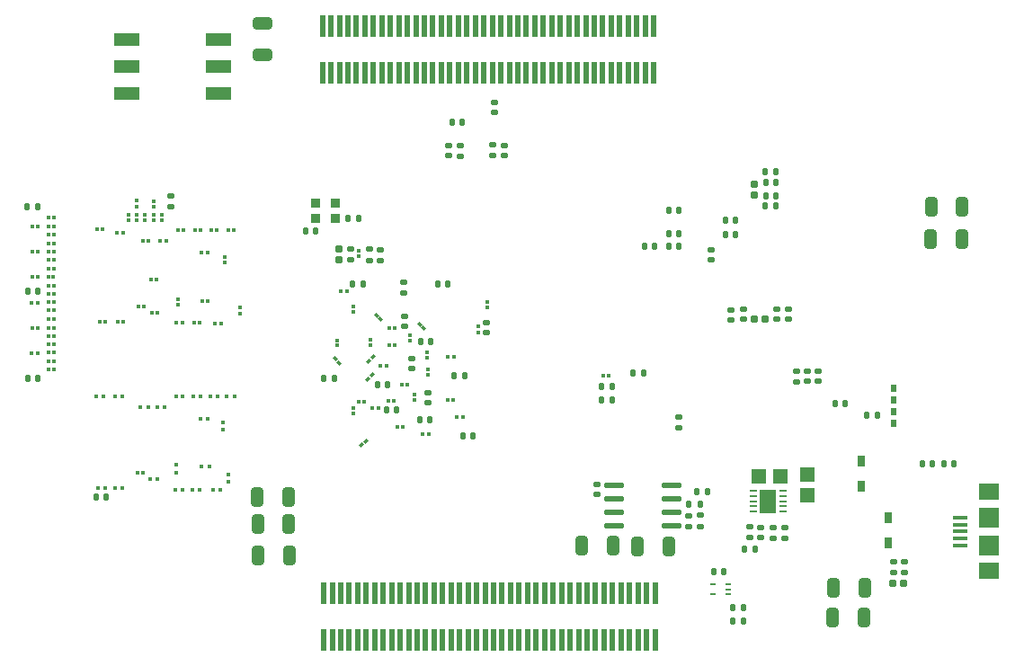
<source format=gbr>
%TF.GenerationSoftware,KiCad,Pcbnew,8.0.6*%
%TF.CreationDate,2025-01-12T20:29:38+06:00*%
%TF.ProjectId,zynq_soc_board_v1,7a796e71-5f73-46f6-935f-626f6172645f,rev?*%
%TF.SameCoordinates,Original*%
%TF.FileFunction,Paste,Bot*%
%TF.FilePolarity,Positive*%
%FSLAX46Y46*%
G04 Gerber Fmt 4.6, Leading zero omitted, Abs format (unit mm)*
G04 Created by KiCad (PCBNEW 8.0.6) date 2025-01-12 20:29:38*
%MOMM*%
%LPD*%
G01*
G04 APERTURE LIST*
G04 Aperture macros list*
%AMRoundRect*
0 Rectangle with rounded corners*
0 $1 Rounding radius*
0 $2 $3 $4 $5 $6 $7 $8 $9 X,Y pos of 4 corners*
0 Add a 4 corners polygon primitive as box body*
4,1,4,$2,$3,$4,$5,$6,$7,$8,$9,$2,$3,0*
0 Add four circle primitives for the rounded corners*
1,1,$1+$1,$2,$3*
1,1,$1+$1,$4,$5*
1,1,$1+$1,$6,$7*
1,1,$1+$1,$8,$9*
0 Add four rect primitives between the rounded corners*
20,1,$1+$1,$2,$3,$4,$5,0*
20,1,$1+$1,$4,$5,$6,$7,0*
20,1,$1+$1,$6,$7,$8,$9,0*
20,1,$1+$1,$8,$9,$2,$3,0*%
%AMRotRect*
0 Rectangle, with rotation*
0 The origin of the aperture is its center*
0 $1 length*
0 $2 width*
0 $3 Rotation angle, in degrees counterclockwise*
0 Add horizontal line*
21,1,$1,$2,0,0,$3*%
G04 Aperture macros list end*
%ADD10R,0.370000X0.320000*%
%ADD11RoundRect,0.135000X-0.135000X-0.185000X0.135000X-0.185000X0.135000X0.185000X-0.135000X0.185000X0*%
%ADD12R,0.320000X0.370000*%
%ADD13R,0.320000X0.300000*%
%ADD14O,1.950000X0.570000*%
%ADD15R,0.300000X0.320000*%
%ADD16RoundRect,0.140000X0.140000X0.170000X-0.140000X0.170000X-0.140000X-0.170000X0.140000X-0.170000X0*%
%ADD17RoundRect,0.140000X-0.170000X0.140000X-0.170000X-0.140000X0.170000X-0.140000X0.170000X0.140000X0*%
%ADD18RoundRect,0.079500X-0.079500X-0.100500X0.079500X-0.100500X0.079500X0.100500X-0.079500X0.100500X0*%
%ADD19RotRect,0.370000X0.320000X45.000000*%
%ADD20RoundRect,0.079500X-0.100500X0.079500X-0.100500X-0.079500X0.100500X-0.079500X0.100500X0.079500X0*%
%ADD21RoundRect,0.079500X0.079500X0.100500X-0.079500X0.100500X-0.079500X-0.100500X0.079500X-0.100500X0*%
%ADD22RotRect,0.370000X0.320000X135.000000*%
%ADD23RoundRect,0.250000X-0.325000X-0.650000X0.325000X-0.650000X0.325000X0.650000X-0.325000X0.650000X0*%
%ADD24RoundRect,0.140000X0.170000X-0.140000X0.170000X0.140000X-0.170000X0.140000X-0.170000X-0.140000X0*%
%ADD25RoundRect,0.140000X-0.140000X-0.170000X0.140000X-0.170000X0.140000X0.170000X-0.140000X0.170000X0*%
%ADD26RoundRect,0.135000X0.185000X-0.135000X0.185000X0.135000X-0.185000X0.135000X-0.185000X-0.135000X0*%
%ADD27RoundRect,0.075000X0.225000X0.275000X-0.225000X0.275000X-0.225000X-0.275000X0.225000X-0.275000X0*%
%ADD28R,1.900000X1.500000*%
%ADD29R,1.900000X1.900000*%
%ADD30R,1.350000X0.400000*%
%ADD31RoundRect,0.250000X0.325000X0.650000X-0.325000X0.650000X-0.325000X-0.650000X0.325000X-0.650000X0*%
%ADD32R,0.540000X0.790000*%
%ADD33R,0.660000X0.280000*%
%ADD34R,1.500000X2.300000*%
%ADD35RoundRect,0.135000X-0.185000X0.135000X-0.185000X-0.135000X0.185000X-0.135000X0.185000X0.135000X0*%
%ADD36R,1.410000X1.350000*%
%ADD37RoundRect,0.147500X-0.147500X-0.172500X0.147500X-0.172500X0.147500X0.172500X-0.147500X0.172500X0*%
%ADD38RotRect,0.370000X0.320000X225.000000*%
%ADD39RoundRect,0.075000X0.275000X-0.225000X0.275000X0.225000X-0.275000X0.225000X-0.275000X-0.225000X0*%
%ADD40R,0.750000X1.000000*%
%ADD41R,1.350000X1.410000*%
%ADD42RoundRect,0.135000X0.135000X0.185000X-0.135000X0.185000X-0.135000X-0.185000X0.135000X-0.185000X0*%
%ADD43R,0.500000X2.000000*%
%ADD44R,0.580000X0.280000*%
%ADD45RoundRect,0.147500X0.147500X0.172500X-0.147500X0.172500X-0.147500X-0.172500X0.147500X-0.172500X0*%
%ADD46RoundRect,0.250000X-0.650000X0.325000X-0.650000X-0.325000X0.650000X-0.325000X0.650000X0.325000X0*%
%ADD47RoundRect,0.040000X-0.410000X-0.360000X0.410000X-0.360000X0.410000X0.360000X-0.410000X0.360000X0*%
%ADD48RoundRect,0.056500X-1.163500X0.508500X-1.163500X-0.508500X1.163500X-0.508500X1.163500X0.508500X0*%
G04 APERTURE END LIST*
D10*
%TO.C,C718*%
X133430000Y-90120000D03*
X133970000Y-90120000D03*
%TD*%
D11*
%TO.C,R326*%
X178050000Y-107160000D03*
X179070000Y-107160000D03*
%TD*%
D12*
%TO.C,C226*%
X146400000Y-98590000D03*
X146400000Y-98050000D03*
%TD*%
D13*
%TO.C,R606*%
X125990000Y-79890000D03*
X125990000Y-80370000D03*
%TD*%
D12*
%TO.C,C612*%
X148030000Y-91630000D03*
X148030000Y-92170000D03*
%TD*%
D14*
%TO.C,U301*%
X176365000Y-105365000D03*
X176365000Y-106645000D03*
X176365000Y-107905000D03*
X176365000Y-109175000D03*
X170945000Y-109175000D03*
X170945000Y-107905000D03*
X170945000Y-106645000D03*
X170945000Y-105365000D03*
%TD*%
D15*
%TO.C,R609*%
X117720000Y-91310000D03*
X118200000Y-91310000D03*
%TD*%
%TO.C,R623*%
X117740000Y-88090000D03*
X118220000Y-88090000D03*
%TD*%
D16*
%TO.C,C405*%
X142870000Y-81380000D03*
X141910000Y-81380000D03*
%TD*%
D10*
%TO.C,C227*%
X146940000Y-97520000D03*
X147480000Y-97520000D03*
%TD*%
%TO.C,C701*%
X129880000Y-81280000D03*
X130420000Y-81280000D03*
%TD*%
%TO.C,C244*%
X156720000Y-98950000D03*
X156180000Y-98950000D03*
%TD*%
D17*
%TO.C,C409*%
X159570000Y-73310000D03*
X159570000Y-74270000D03*
%TD*%
D18*
%TO.C,C737*%
X127255000Y-104800000D03*
X127945000Y-104800000D03*
%TD*%
D15*
%TO.C,R608*%
X117740000Y-84130000D03*
X118220000Y-84130000D03*
%TD*%
D10*
%TO.C,C709*%
X135170000Y-81290000D03*
X134630000Y-81290000D03*
%TD*%
%TO.C,C228*%
X145260000Y-87110000D03*
X145800000Y-87110000D03*
%TD*%
D19*
%TO.C,C231*%
X147888162Y-93641838D03*
X148270000Y-93260000D03*
%TD*%
D20*
%TO.C,C733*%
X134150000Y-99410000D03*
X134150000Y-100100000D03*
%TD*%
D15*
%TO.C,R619*%
X117740000Y-84930000D03*
X118220000Y-84930000D03*
%TD*%
D10*
%TO.C,C217*%
X149810000Y-90560000D03*
X150350000Y-90560000D03*
%TD*%
D21*
%TO.C,C739*%
X131965000Y-105770000D03*
X131275000Y-105770000D03*
%TD*%
D22*
%TO.C,C215*%
X148990919Y-89720919D03*
X148609081Y-89339081D03*
%TD*%
D15*
%TO.C,R610*%
X117740000Y-90530000D03*
X118220000Y-90530000D03*
%TD*%
D23*
%TO.C,C212*%
X170900000Y-111000000D03*
X167950000Y-111000000D03*
%TD*%
D17*
%TO.C,C903*%
X188190000Y-94620000D03*
X188190000Y-95580000D03*
%TD*%
D10*
%TO.C,C218*%
X149810000Y-92110000D03*
X150350000Y-92110000D03*
%TD*%
D24*
%TO.C,C408*%
X156520000Y-74330000D03*
X156520000Y-73370000D03*
%TD*%
D18*
%TO.C,C740*%
X133215000Y-105750000D03*
X133905000Y-105750000D03*
%TD*%
D10*
%TO.C,C242*%
X151110000Y-99830000D03*
X150570000Y-99830000D03*
%TD*%
D18*
%TO.C,C743*%
X132155000Y-103620000D03*
X132845000Y-103620000D03*
%TD*%
D25*
%TO.C,C816*%
X185260000Y-76790000D03*
X186220000Y-76790000D03*
%TD*%
D21*
%TO.C,C726*%
X124675000Y-96970000D03*
X123985000Y-96970000D03*
%TD*%
%TO.C,C732*%
X132705000Y-99100000D03*
X132015000Y-99100000D03*
%TD*%
D15*
%TO.C,R621*%
X117720000Y-86520000D03*
X118200000Y-86520000D03*
%TD*%
D10*
%TO.C,C607*%
X116720000Y-85700000D03*
X116180000Y-85700000D03*
%TD*%
D26*
%TO.C,R324*%
X179140000Y-109210000D03*
X179140000Y-108190000D03*
%TD*%
D15*
%TO.C,R617*%
X117740000Y-89720000D03*
X118220000Y-89720000D03*
%TD*%
D27*
%TO.C,FB800*%
X185170000Y-89690000D03*
X184170000Y-89690000D03*
%TD*%
D16*
%TO.C,C804*%
X182430000Y-81700000D03*
X181470000Y-81700000D03*
%TD*%
D21*
%TO.C,C736*%
X124695000Y-105580000D03*
X124005000Y-105580000D03*
%TD*%
D28*
%TO.C,J301*%
X206320000Y-105940000D03*
D29*
X206320000Y-108390000D03*
X206320000Y-110990000D03*
D28*
X206320000Y-113440000D03*
D30*
X203540000Y-108390000D03*
X203540000Y-109040000D03*
X203540000Y-109690000D03*
X203540000Y-110340000D03*
X203540000Y-110990000D03*
%TD*%
D12*
%TO.C,C206*%
X153410000Y-93350000D03*
X153410000Y-92810000D03*
%TD*%
D21*
%TO.C,C735*%
X123085000Y-105570000D03*
X122395000Y-105570000D03*
%TD*%
D17*
%TO.C,C316*%
X169360000Y-105250000D03*
X169360000Y-106210000D03*
%TD*%
D31*
%TO.C,C248*%
X176120000Y-111120000D03*
X173170000Y-111120000D03*
%TD*%
D10*
%TO.C,C703*%
X122840000Y-81220000D03*
X122300000Y-81220000D03*
%TD*%
D12*
%TO.C,C601*%
X127650000Y-79130000D03*
X127650000Y-78590000D03*
%TD*%
D10*
%TO.C,C717*%
X131980000Y-90010000D03*
X131440000Y-90010000D03*
%TD*%
D25*
%TO.C,C817*%
X185230000Y-75850000D03*
X186190000Y-75850000D03*
%TD*%
D27*
%TO.C,FB300*%
X198270000Y-114550000D03*
X197270000Y-114550000D03*
%TD*%
D26*
%TO.C,R328*%
X177050000Y-99930000D03*
X177050000Y-98910000D03*
%TD*%
D25*
%TO.C,C236*%
X155930000Y-95050000D03*
X156890000Y-95050000D03*
%TD*%
%TO.C,C801*%
X176150000Y-82860000D03*
X177110000Y-82860000D03*
%TD*%
D16*
%TO.C,C901*%
X192760000Y-97650000D03*
X191800000Y-97650000D03*
%TD*%
D12*
%TO.C,C720*%
X129880000Y-87840000D03*
X129880000Y-88380000D03*
%TD*%
D32*
%TO.C,D901*%
X197340000Y-97300000D03*
X197340000Y-96200000D03*
%TD*%
D16*
%TO.C,C247*%
X153660000Y-99210000D03*
X152700000Y-99210000D03*
%TD*%
D10*
%TO.C,C715*%
X127440000Y-89070000D03*
X127980000Y-89070000D03*
%TD*%
D33*
%TO.C,U100*%
X186890000Y-105840000D03*
X186890000Y-106340000D03*
X186890000Y-106840000D03*
X186890000Y-107340000D03*
X186890000Y-107840000D03*
X184070000Y-107840000D03*
X184070000Y-107340000D03*
X184070000Y-106840000D03*
X184070000Y-106340000D03*
X184070000Y-105840000D03*
D34*
X185480000Y-106840000D03*
%TD*%
D24*
%TO.C,C216*%
X146140000Y-84090000D03*
X146140000Y-83130000D03*
%TD*%
D35*
%TO.C,R101*%
X187070000Y-109310000D03*
X187070000Y-110330000D03*
%TD*%
D19*
%TO.C,C613*%
X147819081Y-95330919D03*
X148200919Y-94949081D03*
%TD*%
D15*
%TO.C,R604*%
X117700000Y-85740000D03*
X118180000Y-85740000D03*
%TD*%
D10*
%TO.C,C245*%
X148770000Y-98060000D03*
X148230000Y-98060000D03*
%TD*%
%TO.C,C710*%
X132670000Y-83460000D03*
X132130000Y-83460000D03*
%TD*%
D31*
%TO.C,C224*%
X194480000Y-117780000D03*
X191530000Y-117780000D03*
%TD*%
D12*
%TO.C,C719*%
X135770000Y-88610000D03*
X135770000Y-89150000D03*
%TD*%
D35*
%TO.C,R427*%
X151190000Y-86180000D03*
X151190000Y-87200000D03*
%TD*%
D36*
%TO.C,C103*%
X184650000Y-104470000D03*
X186650000Y-104470000D03*
%TD*%
D35*
%TO.C,R400*%
X148980000Y-83150000D03*
X148980000Y-84170000D03*
%TD*%
D10*
%TO.C,C708*%
X133600000Y-81290000D03*
X133060000Y-81290000D03*
%TD*%
D11*
%TO.C,R403*%
X182160000Y-118170000D03*
X183180000Y-118170000D03*
%TD*%
D21*
%TO.C,C725*%
X122915000Y-97000000D03*
X122225000Y-97000000D03*
%TD*%
%TO.C,C728*%
X128685000Y-97970000D03*
X127995000Y-97970000D03*
%TD*%
D37*
%TO.C,D306*%
X202032500Y-103320000D03*
X203002500Y-103320000D03*
%TD*%
D12*
%TO.C,C239*%
X158170000Y-90400000D03*
X158170000Y-90940000D03*
%TD*%
D24*
%TO.C,C608*%
X129270000Y-79070000D03*
X129270000Y-78110000D03*
%TD*%
D11*
%TO.C,R903*%
X194760000Y-98790000D03*
X195780000Y-98790000D03*
%TD*%
D17*
%TO.C,C413*%
X160660000Y-73330000D03*
X160660000Y-74290000D03*
%TD*%
D25*
%TO.C,C802*%
X176140000Y-81670000D03*
X177100000Y-81670000D03*
%TD*%
D24*
%TO.C,C815*%
X183170000Y-89730000D03*
X183170000Y-88770000D03*
%TD*%
D12*
%TO.C,C603*%
X126010000Y-79090000D03*
X126010000Y-78550000D03*
%TD*%
D10*
%TO.C,C241*%
X155870000Y-93270000D03*
X155330000Y-93270000D03*
%TD*%
D15*
%TO.C,R600*%
X127410000Y-86000000D03*
X127890000Y-86000000D03*
%TD*%
D38*
%TO.C,C211*%
X147590919Y-101169081D03*
X147209081Y-101550919D03*
%TD*%
D31*
%TO.C,C200*%
X140410000Y-111930000D03*
X137460000Y-111930000D03*
%TD*%
D24*
%TO.C,C407*%
X155430000Y-74320000D03*
X155430000Y-73360000D03*
%TD*%
D16*
%TO.C,C805*%
X182440000Y-80350000D03*
X181480000Y-80350000D03*
%TD*%
D39*
%TO.C,FB200*%
X145070000Y-84100000D03*
X145070000Y-83100000D03*
%TD*%
%TO.C,FB801*%
X184200000Y-77990000D03*
X184200000Y-76990000D03*
%TD*%
D31*
%TO.C,C233*%
X137420000Y-108990000D03*
X140370000Y-108990000D03*
%TD*%
D15*
%TO.C,R622*%
X117750000Y-83330000D03*
X118230000Y-83330000D03*
%TD*%
D12*
%TO.C,C711*%
X134290000Y-83850000D03*
X134290000Y-84390000D03*
%TD*%
D10*
%TO.C,C238*%
X153510000Y-100530000D03*
X152970000Y-100530000D03*
%TD*%
D20*
%TO.C,C741*%
X134630000Y-104305000D03*
X134630000Y-104995000D03*
%TD*%
D13*
%TO.C,R404*%
X146950000Y-83260000D03*
X146950000Y-83740000D03*
%TD*%
D40*
%TO.C,D305*%
X196810000Y-108430000D03*
X196810000Y-110770000D03*
%TD*%
D13*
%TO.C,R624*%
X128420000Y-79880000D03*
X128420000Y-80360000D03*
%TD*%
D41*
%TO.C,C100*%
X189190000Y-106300000D03*
X189190000Y-104300000D03*
%TD*%
D16*
%TO.C,C402*%
X183150000Y-116900000D03*
X182190000Y-116900000D03*
%TD*%
D10*
%TO.C,C713*%
X123070000Y-89950000D03*
X122530000Y-89950000D03*
%TD*%
D26*
%TO.C,R325*%
X178030000Y-109220000D03*
X178030000Y-108200000D03*
%TD*%
D16*
%TO.C,C611*%
X116740000Y-95300000D03*
X115780000Y-95300000D03*
%TD*%
D21*
%TO.C,C730*%
X133675000Y-96950000D03*
X132985000Y-96950000D03*
%TD*%
D31*
%TO.C,C204*%
X140320000Y-106490000D03*
X137370000Y-106490000D03*
%TD*%
D42*
%TO.C,R334*%
X170790000Y-96080000D03*
X169770000Y-96080000D03*
%TD*%
D10*
%TO.C,C721*%
X132170000Y-88030000D03*
X132710000Y-88030000D03*
%TD*%
D25*
%TO.C,C232*%
X149670000Y-95900000D03*
X148710000Y-95900000D03*
%TD*%
D24*
%TO.C,C302*%
X197280000Y-113550000D03*
X197280000Y-112590000D03*
%TD*%
D42*
%TO.C,R100*%
X184250000Y-111370000D03*
X183230000Y-111370000D03*
%TD*%
D15*
%TO.C,R611*%
X117740000Y-81760000D03*
X118220000Y-81760000D03*
%TD*%
D25*
%TO.C,C403*%
X180380000Y-113470000D03*
X181340000Y-113470000D03*
%TD*%
D17*
%TO.C,C237*%
X158990000Y-90030000D03*
X158990000Y-90990000D03*
%TD*%
D21*
%TO.C,C727*%
X127085000Y-97950000D03*
X126395000Y-97950000D03*
%TD*%
D10*
%TO.C,C722*%
X126640000Y-104130000D03*
X126100000Y-104130000D03*
%TD*%
D43*
%TO.C,J1001*%
X174840000Y-115480000D03*
X174840000Y-119880000D03*
X174040000Y-115480000D03*
X174040000Y-119880000D03*
X173240000Y-115480000D03*
X173240000Y-119880000D03*
X172440000Y-115480000D03*
X172440000Y-119880000D03*
X171640000Y-115480000D03*
X171640000Y-119880000D03*
X170840000Y-115480000D03*
X170840000Y-119880000D03*
X170040000Y-115480000D03*
X170040000Y-119880000D03*
X169240000Y-115480000D03*
X169240000Y-119880000D03*
X168440000Y-115480000D03*
X168440000Y-119880000D03*
X167640000Y-115480000D03*
X167640000Y-119880000D03*
X166840000Y-115480000D03*
X166840000Y-119880000D03*
X166040000Y-115480000D03*
X166040000Y-119880000D03*
X165240000Y-115480000D03*
X165240000Y-119880000D03*
X164440000Y-115480000D03*
X164440000Y-119880000D03*
X163640000Y-115480000D03*
X163640000Y-119880000D03*
X162840000Y-115480000D03*
X162840000Y-119880000D03*
X162040000Y-115480000D03*
X162040000Y-119880000D03*
X161240000Y-115480000D03*
X161240000Y-119880000D03*
X160440000Y-115480000D03*
X160440000Y-119880000D03*
X159640000Y-115480000D03*
X159640000Y-119880000D03*
X158840000Y-115480000D03*
X158840000Y-119880000D03*
X158040000Y-115480000D03*
X158040000Y-119880000D03*
X157240000Y-115480000D03*
X157240000Y-119880000D03*
X156440000Y-115480000D03*
X156440000Y-119880000D03*
X155640000Y-115480000D03*
X155640000Y-119880000D03*
X154840000Y-115480000D03*
X154840000Y-119880000D03*
X154040000Y-115480000D03*
X154040000Y-119880000D03*
X153240000Y-115480000D03*
X153240000Y-119880000D03*
X152440000Y-115480000D03*
X152440000Y-119880000D03*
X151640000Y-115480000D03*
X151640000Y-119880000D03*
X150840000Y-115480000D03*
X150840000Y-119880000D03*
X150040000Y-115480000D03*
X150040000Y-119880000D03*
X149240000Y-115480000D03*
X149240000Y-119880000D03*
X148440000Y-115480000D03*
X148440000Y-119880000D03*
X147640000Y-115480000D03*
X147640000Y-119880000D03*
X146840000Y-115480000D03*
X146840000Y-119880000D03*
X146040000Y-115480000D03*
X146040000Y-119880000D03*
X145240000Y-115480000D03*
X145240000Y-119880000D03*
X144440000Y-115480000D03*
X144440000Y-119880000D03*
X143640000Y-115480000D03*
X143640000Y-119880000D03*
%TD*%
D10*
%TO.C,C706*%
X128780000Y-82320000D03*
X128240000Y-82320000D03*
%TD*%
%TO.C,C714*%
X124750000Y-89940000D03*
X124210000Y-89940000D03*
%TD*%
D42*
%TO.C,R420*%
X146910000Y-80220000D03*
X145890000Y-80220000D03*
%TD*%
D10*
%TO.C,C705*%
X127140000Y-82340000D03*
X126600000Y-82340000D03*
%TD*%
D18*
%TO.C,C738*%
X129665000Y-105790000D03*
X130355000Y-105790000D03*
%TD*%
D24*
%TO.C,C813*%
X187380000Y-89690000D03*
X187380000Y-88730000D03*
%TD*%
D25*
%TO.C,C819*%
X185250000Y-78070000D03*
X186210000Y-78070000D03*
%TD*%
D13*
%TO.C,R612*%
X125220000Y-79890000D03*
X125220000Y-80370000D03*
%TD*%
D16*
%TO.C,C410*%
X156660000Y-71180000D03*
X155700000Y-71180000D03*
%TD*%
D24*
%TO.C,C301*%
X198290000Y-113530000D03*
X198290000Y-112570000D03*
%TD*%
D25*
%TO.C,C803*%
X176110000Y-79420000D03*
X177070000Y-79420000D03*
%TD*%
D10*
%TO.C,C600*%
X116710000Y-80990000D03*
X116170000Y-80990000D03*
%TD*%
%TO.C,C219*%
X150960000Y-95900000D03*
X151500000Y-95900000D03*
%TD*%
D26*
%TO.C,R401*%
X147910000Y-84150000D03*
X147910000Y-83130000D03*
%TD*%
D42*
%TO.C,R335*%
X170810000Y-97350000D03*
X169790000Y-97350000D03*
%TD*%
D10*
%TO.C,C606*%
X116690000Y-88160000D03*
X116150000Y-88160000D03*
%TD*%
D25*
%TO.C,C818*%
X185240000Y-79030000D03*
X186200000Y-79030000D03*
%TD*%
D16*
%TO.C,C213*%
X155330000Y-86370000D03*
X154370000Y-86370000D03*
%TD*%
D26*
%TO.C,R102*%
X185940000Y-110320000D03*
X185940000Y-109300000D03*
%TD*%
D44*
%TO.C,U400*%
X181720000Y-114640000D03*
X181720000Y-115140000D03*
X181720000Y-115640000D03*
X180280000Y-115640000D03*
X180280000Y-114640000D03*
%TD*%
D45*
%TO.C,D307*%
X200985000Y-103340000D03*
X200015000Y-103340000D03*
%TD*%
D16*
%TO.C,C223*%
X150530000Y-98210000D03*
X149570000Y-98210000D03*
%TD*%
D15*
%TO.C,R601*%
X117740000Y-94460000D03*
X118220000Y-94460000D03*
%TD*%
D16*
%TO.C,C229*%
X144630000Y-95240000D03*
X143670000Y-95240000D03*
%TD*%
D22*
%TO.C,C203*%
X153071838Y-90541838D03*
X152690000Y-90160000D03*
%TD*%
D10*
%TO.C,C704*%
X124740000Y-81600000D03*
X124200000Y-81600000D03*
%TD*%
D15*
%TO.C,R614*%
X117720000Y-80160000D03*
X118200000Y-80160000D03*
%TD*%
D11*
%TO.C,R327*%
X178780000Y-105930000D03*
X179800000Y-105930000D03*
%TD*%
D24*
%TO.C,C400*%
X151230000Y-90370000D03*
X151230000Y-89410000D03*
%TD*%
D16*
%TO.C,C800*%
X174820000Y-82850000D03*
X173860000Y-82850000D03*
%TD*%
D17*
%TO.C,C102*%
X184790000Y-109320000D03*
X184790000Y-110280000D03*
%TD*%
D43*
%TO.C,J1000*%
X174720000Y-62110000D03*
X174720000Y-66510000D03*
X173920000Y-62110000D03*
X173920000Y-66510000D03*
X173120000Y-62110000D03*
X173120000Y-66510000D03*
X172320000Y-62110000D03*
X172320000Y-66510000D03*
X171520000Y-62110000D03*
X171520000Y-66510000D03*
X170720000Y-62110000D03*
X170720000Y-66510000D03*
X169920000Y-62110000D03*
X169920000Y-66510000D03*
X169120000Y-62110000D03*
X169120000Y-66510000D03*
X168320000Y-62110000D03*
X168320000Y-66510000D03*
X167520000Y-62110000D03*
X167520000Y-66510000D03*
X166720000Y-62110000D03*
X166720000Y-66510000D03*
X165920000Y-62110000D03*
X165920000Y-66510000D03*
X165120000Y-62110000D03*
X165120000Y-66510000D03*
X164320000Y-62110000D03*
X164320000Y-66510000D03*
X163520000Y-62110000D03*
X163520000Y-66510000D03*
X162720000Y-62110000D03*
X162720000Y-66510000D03*
X161920000Y-62110000D03*
X161920000Y-66510000D03*
X161120000Y-62110000D03*
X161120000Y-66510000D03*
X160320000Y-62110000D03*
X160320000Y-66510000D03*
X159520000Y-62110000D03*
X159520000Y-66510000D03*
X158720000Y-62110000D03*
X158720000Y-66510000D03*
X157920000Y-62110000D03*
X157920000Y-66510000D03*
X157120000Y-62110000D03*
X157120000Y-66510000D03*
X156320000Y-62110000D03*
X156320000Y-66510000D03*
X155520000Y-62110000D03*
X155520000Y-66510000D03*
X154720000Y-62110000D03*
X154720000Y-66510000D03*
X153920000Y-62110000D03*
X153920000Y-66510000D03*
X153120000Y-62110000D03*
X153120000Y-66510000D03*
X152320000Y-62110000D03*
X152320000Y-66510000D03*
X151520000Y-62110000D03*
X151520000Y-66510000D03*
X150720000Y-62110000D03*
X150720000Y-66510000D03*
X149920000Y-62110000D03*
X149920000Y-66510000D03*
X149120000Y-62110000D03*
X149120000Y-66510000D03*
X148320000Y-62110000D03*
X148320000Y-66510000D03*
X147520000Y-62110000D03*
X147520000Y-66510000D03*
X146720000Y-62110000D03*
X146720000Y-66510000D03*
X145920000Y-62110000D03*
X145920000Y-66510000D03*
X145120000Y-62110000D03*
X145120000Y-66510000D03*
X144320000Y-62110000D03*
X144320000Y-66510000D03*
X143520000Y-62110000D03*
X143520000Y-66510000D03*
%TD*%
D15*
%TO.C,R405*%
X170000000Y-95040000D03*
X170480000Y-95040000D03*
%TD*%
D22*
%TO.C,C225*%
X145110919Y-93810919D03*
X144729081Y-93429081D03*
%TD*%
D17*
%TO.C,C904*%
X189200000Y-94610000D03*
X189200000Y-95570000D03*
%TD*%
%TO.C,C101*%
X183760000Y-109290000D03*
X183760000Y-110250000D03*
%TD*%
D15*
%TO.C,R615*%
X117730000Y-92070000D03*
X118210000Y-92070000D03*
%TD*%
D10*
%TO.C,C222*%
X150270000Y-97430000D03*
X149730000Y-97430000D03*
%TD*%
D15*
%TO.C,R613*%
X117720000Y-92860000D03*
X118200000Y-92860000D03*
%TD*%
%TO.C,R607*%
X117740000Y-93670000D03*
X118220000Y-93670000D03*
%TD*%
D25*
%TO.C,C246*%
X156760000Y-100680000D03*
X157720000Y-100680000D03*
%TD*%
D24*
%TO.C,C812*%
X186340000Y-89700000D03*
X186340000Y-88740000D03*
%TD*%
D13*
%TO.C,R627*%
X144940000Y-91690000D03*
X144940000Y-92170000D03*
%TD*%
D20*
%TO.C,C742*%
X129790000Y-103445000D03*
X129790000Y-104135000D03*
%TD*%
D10*
%TO.C,C604*%
X116690000Y-92900000D03*
X116150000Y-92900000D03*
%TD*%
%TO.C,C716*%
X129780000Y-89990000D03*
X130320000Y-89990000D03*
%TD*%
D40*
%TO.C,D903*%
X194280000Y-105450000D03*
X194280000Y-103110000D03*
%TD*%
D10*
%TO.C,C602*%
X116720000Y-83310000D03*
X116180000Y-83310000D03*
%TD*%
D15*
%TO.C,R616*%
X117730000Y-80980000D03*
X118210000Y-80980000D03*
%TD*%
%TO.C,R620*%
X117740000Y-88880000D03*
X118220000Y-88880000D03*
%TD*%
D12*
%TO.C,C207*%
X152200000Y-96780000D03*
X152200000Y-97320000D03*
%TD*%
D46*
%TO.C,C235*%
X137910000Y-61850000D03*
X137910000Y-64800000D03*
%TD*%
D47*
%TO.C,X400*%
X142880000Y-78790000D03*
X144730000Y-78790000D03*
X144730000Y-80240000D03*
X142880000Y-80240000D03*
%TD*%
D15*
%TO.C,R618*%
X117740000Y-82550000D03*
X118220000Y-82550000D03*
%TD*%
D17*
%TO.C,C205*%
X153490000Y-96600000D03*
X153490000Y-97560000D03*
%TD*%
D13*
%TO.C,R602*%
X126810000Y-79880000D03*
X126810000Y-80360000D03*
%TD*%
D11*
%TO.C,R333*%
X172730000Y-94800000D03*
X173750000Y-94800000D03*
%TD*%
D31*
%TO.C,C221*%
X194610000Y-114970000D03*
X191660000Y-114970000D03*
%TD*%
D10*
%TO.C,C700*%
X126730000Y-88500000D03*
X126190000Y-88500000D03*
%TD*%
D13*
%TO.C,R626*%
X146430000Y-89010000D03*
X146430000Y-88530000D03*
%TD*%
D10*
%TO.C,C243*%
X155300000Y-97300000D03*
X155840000Y-97300000D03*
%TD*%
D18*
%TO.C,C729*%
X131355000Y-96940000D03*
X132045000Y-96940000D03*
%TD*%
D10*
%TO.C,C707*%
X131530000Y-81270000D03*
X132070000Y-81270000D03*
%TD*%
D13*
%TO.C,R605*%
X127640000Y-79880000D03*
X127640000Y-80360000D03*
%TD*%
D31*
%TO.C,R128*%
X203760000Y-82130000D03*
X200810000Y-82130000D03*
%TD*%
%TO.C,C130*%
X203780000Y-79150000D03*
X200830000Y-79150000D03*
%TD*%
D17*
%TO.C,C902*%
X190230000Y-94590000D03*
X190230000Y-95550000D03*
%TD*%
D12*
%TO.C,C202*%
X151750000Y-91190000D03*
X151750000Y-91730000D03*
%TD*%
%TO.C,C208*%
X153430000Y-94960000D03*
X153430000Y-94420000D03*
%TD*%
D16*
%TO.C,C734*%
X123180000Y-106430000D03*
X122220000Y-106430000D03*
%TD*%
D25*
%TO.C,C201*%
X152780000Y-91770000D03*
X153740000Y-91770000D03*
%TD*%
D10*
%TO.C,C214*%
X149530000Y-94110000D03*
X148990000Y-94110000D03*
%TD*%
D48*
%TO.C,SW301*%
X133730000Y-63350000D03*
X133730000Y-65890000D03*
X133730000Y-68430000D03*
X125120000Y-68430000D03*
X125120000Y-65890000D03*
X125120000Y-63350000D03*
%TD*%
D24*
%TO.C,C814*%
X181980000Y-89770000D03*
X181980000Y-88810000D03*
%TD*%
%TO.C,C220*%
X151970000Y-94390000D03*
X151970000Y-93430000D03*
%TD*%
%TO.C,C406*%
X159680000Y-70240000D03*
X159680000Y-69280000D03*
%TD*%
D15*
%TO.C,R603*%
X117750000Y-87300000D03*
X118230000Y-87300000D03*
%TD*%
D24*
%TO.C,C806*%
X180090000Y-84100000D03*
X180090000Y-83140000D03*
%TD*%
D16*
%TO.C,C610*%
X116710000Y-87040000D03*
X115750000Y-87040000D03*
%TD*%
D10*
%TO.C,C605*%
X116710000Y-90520000D03*
X116170000Y-90520000D03*
%TD*%
%TO.C,C723*%
X129780000Y-96960000D03*
X130320000Y-96960000D03*
%TD*%
D32*
%TO.C,D900*%
X197340000Y-98380000D03*
X197340000Y-99480000D03*
%TD*%
D16*
%TO.C,C210*%
X147340000Y-86360000D03*
X146380000Y-86360000D03*
%TD*%
%TO.C,C609*%
X116690000Y-79150000D03*
X115730000Y-79150000D03*
%TD*%
D12*
%TO.C,C240*%
X159020000Y-88070000D03*
X159020000Y-88610000D03*
%TD*%
D21*
%TO.C,C731*%
X135215000Y-96950000D03*
X134525000Y-96950000D03*
%TD*%
M02*

</source>
